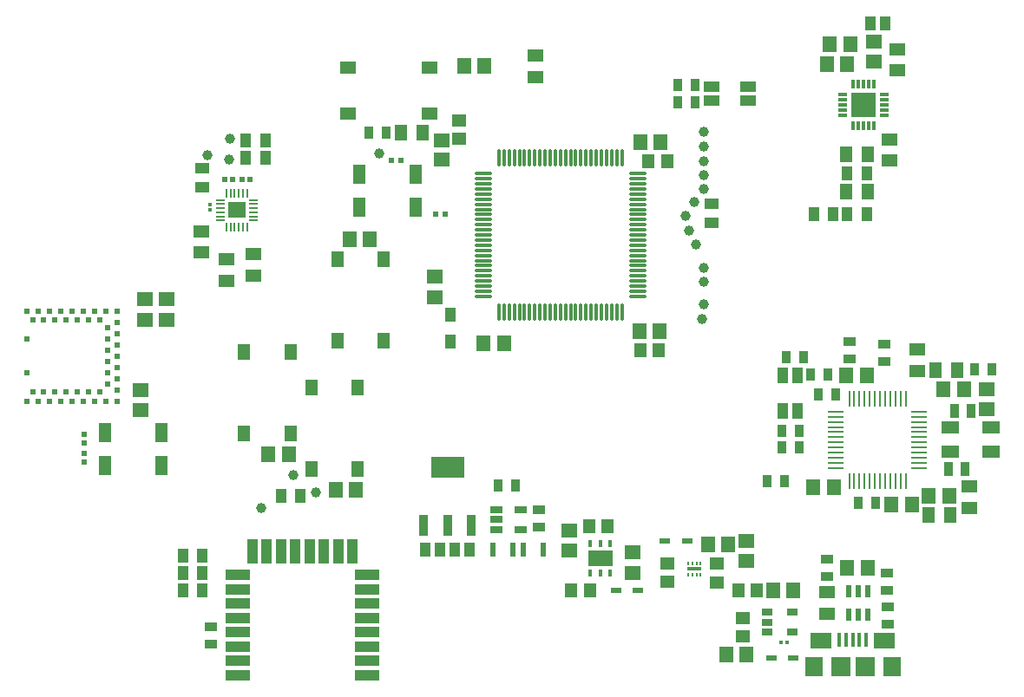
<source format=gtp>
G04 Layer_Color=8421504*
%FSLAX44Y44*%
%MOMM*%
G71*
G01*
G75*
%ADD10R,1.5500X1.3500*%
%ADD11O,0.4000X0.7000*%
%ADD12R,2.4000X1.6500*%
%ADD13R,1.0600X0.5400*%
%ADD14R,1.1000X0.6500*%
%ADD15R,1.4500X1.1500*%
%ADD16R,1.3500X1.5500*%
%ADD17R,0.3600X0.3200*%
%ADD18R,1.1500X1.4500*%
%ADD19R,1.0500X1.4000*%
%ADD20R,1.8000X1.2000*%
%ADD21R,0.8500X1.3000*%
%ADD22R,0.5500X1.3500*%
%ADD23R,1.3000X0.7000*%
%ADD24R,1.3000X0.8500*%
%ADD25R,1.0500X1.3500*%
%ADD26R,3.2000X2.1000*%
%ADD27R,0.9000X2.1000*%
%ADD28R,1.4400X0.4400*%
%ADD29R,0.2600X0.3500*%
%ADD30R,1.3000X1.5500*%
%ADD31C,1.0000*%
%ADD32R,1.5000X1.2500*%
%ADD33R,2.4500X2.4500*%
%ADD34R,0.3000X0.9500*%
%ADD35R,0.9500X0.3000*%
%ADD36R,1.5000X1.0000*%
%ADD37R,1.4000X1.0500*%
%ADD38R,0.5600X0.5200*%
%ADD39R,1.0000X2.4500*%
%ADD40R,2.4500X1.0000*%
%ADD41O,0.3000X1.8000*%
%ADD42O,1.8000X0.3000*%
%ADD43R,1.2500X1.5000*%
%ADD44R,0.6000X1.2000*%
%ADD45R,1.5000X1.4000*%
%ADD46R,0.6200X0.6200*%
%ADD47R,1.9000X1.9000*%
%ADD48R,1.8000X1.9000*%
%ADD49R,0.4000X1.3500*%
%ADD50R,2.1000X1.6000*%
%ADD51R,0.9500X1.3500*%
%ADD52R,0.4900X0.4900*%
%ADD53R,1.7000X1.5400*%
%ADD54O,0.2000X0.9000*%
%ADD55O,0.9000X0.2000*%
%ADD56R,0.6200X0.6200*%
%ADD57R,1.3000X1.9000*%
%ADD58R,0.3200X0.3600*%
%ADD59R,1.0000X1.4000*%
%ADD60R,1.5500X1.3000*%
%ADD61O,1.5500X0.2500*%
%ADD62O,0.2500X1.5500*%
%ADD63R,1.0000X1.5000*%
D10*
X531500Y-21250D02*
D03*
Y-41250D02*
D03*
X593250Y-42500D02*
D03*
Y-62500D02*
D03*
X704765Y-51457D02*
D03*
Y-31457D02*
D03*
X828750Y456500D02*
D03*
Y436500D02*
D03*
X400250Y226250D02*
D03*
Y206250D02*
D03*
X117750Y184250D02*
D03*
Y204250D02*
D03*
X939000Y117000D02*
D03*
Y97000D02*
D03*
X138750Y184250D02*
D03*
Y204250D02*
D03*
D11*
X571250Y-34500D02*
D03*
X561750D02*
D03*
X552250D02*
D03*
Y-63000D02*
D03*
X561750D02*
D03*
X571250D02*
D03*
D12*
X561750Y-48750D02*
D03*
D13*
X577300Y-80000D02*
D03*
X598700D02*
D03*
X729100Y-145750D02*
D03*
X750500D02*
D03*
X646450Y-31250D02*
D03*
X625050D02*
D03*
D14*
X749000Y-101250D02*
D03*
Y-120250D02*
D03*
X725000D02*
D03*
Y-110750D02*
D03*
Y-101250D02*
D03*
D15*
X701000Y-125000D02*
D03*
Y-107000D02*
D03*
X627750Y-53750D02*
D03*
Y-71750D02*
D03*
X675995Y-72000D02*
D03*
Y-54000D02*
D03*
X424500Y361000D02*
D03*
Y379000D02*
D03*
D16*
X704500Y-142500D02*
D03*
X684500D02*
D03*
X750250Y-80000D02*
D03*
X730250D02*
D03*
X666995Y-35250D02*
D03*
X686995D02*
D03*
X803000Y434000D02*
D03*
X783000D02*
D03*
X823000Y-58000D02*
D03*
X803000D02*
D03*
X429000Y432500D02*
D03*
X449000D02*
D03*
X896750Y116750D02*
D03*
X916750D02*
D03*
X317250Y263250D02*
D03*
X337250D02*
D03*
X806000Y453750D02*
D03*
X786000D02*
D03*
X845750Y4000D02*
D03*
X865750D02*
D03*
X600000Y173500D02*
D03*
X620000D02*
D03*
X600750Y357750D02*
D03*
X620750D02*
D03*
X323500Y18500D02*
D03*
X303500D02*
D03*
X467750Y161250D02*
D03*
X447750D02*
D03*
X882250Y12250D02*
D03*
X902250D02*
D03*
X802000Y129750D02*
D03*
X822000D02*
D03*
X789750Y20500D02*
D03*
X769750D02*
D03*
X258250Y53250D02*
D03*
X238250D02*
D03*
D17*
X743800Y-131000D02*
D03*
X738200D02*
D03*
D18*
X714500Y-80250D02*
D03*
X696500D02*
D03*
X533750Y-79750D02*
D03*
X551750D02*
D03*
X551000Y-17000D02*
D03*
X569000D02*
D03*
X619000Y154500D02*
D03*
X601000D02*
D03*
X609000Y339250D02*
D03*
X627000D02*
D03*
D19*
X154750Y-80250D02*
D03*
X173750D02*
D03*
X154750Y-63000D02*
D03*
X173750D02*
D03*
X154750Y-45750D02*
D03*
X173750D02*
D03*
X250250Y12750D02*
D03*
X269250D02*
D03*
X770250Y288000D02*
D03*
X789250D02*
D03*
X822000Y327750D02*
D03*
X803000D02*
D03*
X803000Y288000D02*
D03*
X822000D02*
D03*
X216250Y342250D02*
D03*
X235250D02*
D03*
X216250Y359750D02*
D03*
X235250D02*
D03*
D20*
X903000Y79250D02*
D03*
X943000D02*
D03*
Y55250D02*
D03*
X903000D02*
D03*
D21*
X462000Y22750D02*
D03*
X479000D02*
D03*
X654500Y397000D02*
D03*
X637500D02*
D03*
X654500Y413750D02*
D03*
X637500D02*
D03*
X830750Y5500D02*
D03*
X813750D02*
D03*
X353000Y367250D02*
D03*
X336000D02*
D03*
X755750Y76250D02*
D03*
X738750D02*
D03*
X944250Y135750D02*
D03*
X927250D02*
D03*
X738750Y59750D02*
D03*
X755750D02*
D03*
X774250Y111500D02*
D03*
X791250D02*
D03*
X741500Y26750D02*
D03*
X724500D02*
D03*
X760000Y148250D02*
D03*
X743000D02*
D03*
X767000Y131250D02*
D03*
X784000D02*
D03*
D22*
X505875Y-40250D02*
D03*
X486375D02*
D03*
X457375Y-40251D02*
D03*
X476875D02*
D03*
D23*
X484125Y-1250D02*
D03*
Y-20250D02*
D03*
X460125D02*
D03*
Y-10750D02*
D03*
Y-1250D02*
D03*
D24*
X502375Y-1250D02*
D03*
Y-18250D02*
D03*
X805500Y146000D02*
D03*
Y163000D02*
D03*
X182250Y-132750D02*
D03*
Y-115750D02*
D03*
X842750Y-112750D02*
D03*
Y-95750D02*
D03*
X783000Y-49000D02*
D03*
Y-66000D02*
D03*
X841251Y-62750D02*
D03*
Y-79750D02*
D03*
X839250Y143500D02*
D03*
Y160500D02*
D03*
D25*
X420000Y-40250D02*
D03*
X434500D02*
D03*
X391000D02*
D03*
X405500D02*
D03*
X825250Y474250D02*
D03*
X839750D02*
D03*
D26*
X412750Y40500D02*
D03*
D27*
X435750Y-16500D02*
D03*
X412750D02*
D03*
X389750D02*
D03*
D28*
X653745Y-59000D02*
D03*
D29*
X659750Y-53750D02*
D03*
X655750D02*
D03*
X651750D02*
D03*
X647750D02*
D03*
X659750Y-64250D02*
D03*
X655750D02*
D03*
X651750D02*
D03*
X647750D02*
D03*
D30*
X214500Y73500D02*
D03*
X259500D02*
D03*
X214500Y153000D02*
D03*
X259500D02*
D03*
X305750Y164000D02*
D03*
X350750D02*
D03*
X305750Y243500D02*
D03*
X350750D02*
D03*
X280000Y38500D02*
D03*
X325000D02*
D03*
X280000Y118000D02*
D03*
X325000D02*
D03*
D31*
X653250Y299250D02*
D03*
X200500Y361000D02*
D03*
X199750Y341000D02*
D03*
X178500Y345250D02*
D03*
X661500Y185500D02*
D03*
X346000Y346500D02*
D03*
X284250Y16000D02*
D03*
X262000Y32750D02*
D03*
X663250Y353500D02*
D03*
Y339500D02*
D03*
Y326000D02*
D03*
Y312500D02*
D03*
X645250Y286000D02*
D03*
X648500Y271750D02*
D03*
X655250Y258000D02*
D03*
X663000Y234750D02*
D03*
Y221250D02*
D03*
Y199250D02*
D03*
X663250Y367750D02*
D03*
X231250Y1000D02*
D03*
D32*
X844500Y339750D02*
D03*
Y360750D02*
D03*
X851500Y448750D02*
D03*
Y427750D02*
D03*
X498250Y421500D02*
D03*
Y442500D02*
D03*
X783250Y-102500D02*
D03*
Y-81500D02*
D03*
X871000Y134250D02*
D03*
Y155250D02*
D03*
X197000Y243500D02*
D03*
Y222500D02*
D03*
X223500Y227250D02*
D03*
Y248250D02*
D03*
X172750Y250000D02*
D03*
Y271000D02*
D03*
X921750Y21750D02*
D03*
Y750D02*
D03*
D33*
X818500Y394250D02*
D03*
D34*
X808500Y414750D02*
D03*
X813500D02*
D03*
X818500D02*
D03*
X823500D02*
D03*
X828500D02*
D03*
Y373750D02*
D03*
X823500D02*
D03*
X818500D02*
D03*
X813500D02*
D03*
X808500D02*
D03*
D35*
X839000Y404250D02*
D03*
Y399250D02*
D03*
Y394250D02*
D03*
Y389250D02*
D03*
Y384250D02*
D03*
X798000D02*
D03*
Y389250D02*
D03*
Y394250D02*
D03*
Y399250D02*
D03*
Y404250D02*
D03*
D36*
X705750Y412500D02*
D03*
Y398500D02*
D03*
X670750D02*
D03*
Y412500D02*
D03*
D37*
X670750Y297750D02*
D03*
Y278750D02*
D03*
X173250Y332750D02*
D03*
Y313750D02*
D03*
D38*
X203300Y321250D02*
D03*
X195700D02*
D03*
X220050D02*
D03*
X212450D02*
D03*
D39*
X320250Y-41800D02*
D03*
X306250D02*
D03*
X292250D02*
D03*
X278250D02*
D03*
X264250D02*
D03*
X250250D02*
D03*
X236250D02*
D03*
X222250D02*
D03*
D40*
X208300Y-162750D02*
D03*
Y-148750D02*
D03*
Y-134750D02*
D03*
Y-120750D02*
D03*
Y-106750D02*
D03*
Y-92750D02*
D03*
Y-78750D02*
D03*
Y-64750D02*
D03*
X334200D02*
D03*
Y-78750D02*
D03*
Y-92750D02*
D03*
Y-106750D02*
D03*
Y-120750D02*
D03*
Y-134750D02*
D03*
Y-148750D02*
D03*
Y-162750D02*
D03*
D41*
X463000Y342750D02*
D03*
X468000D02*
D03*
X473000D02*
D03*
X478000D02*
D03*
X483000D02*
D03*
X488000D02*
D03*
X493000D02*
D03*
X498000D02*
D03*
X503000D02*
D03*
X508000D02*
D03*
X513000D02*
D03*
X518000D02*
D03*
X523000D02*
D03*
X528000D02*
D03*
X533000D02*
D03*
X538000D02*
D03*
X543000D02*
D03*
X548000D02*
D03*
X553000D02*
D03*
X558000D02*
D03*
X563000D02*
D03*
X568000D02*
D03*
X573000D02*
D03*
X578000D02*
D03*
X583000D02*
D03*
Y191750D02*
D03*
X578000D02*
D03*
X573000D02*
D03*
X568000D02*
D03*
X563000D02*
D03*
X558000D02*
D03*
X553000D02*
D03*
X548000D02*
D03*
X543000D02*
D03*
X538000D02*
D03*
X533000D02*
D03*
X528000D02*
D03*
X523000D02*
D03*
X518000D02*
D03*
X513000D02*
D03*
X508000D02*
D03*
X503000D02*
D03*
X498000D02*
D03*
X493000D02*
D03*
X488000D02*
D03*
X483000D02*
D03*
X478000D02*
D03*
X473000D02*
D03*
X468000D02*
D03*
X463000D02*
D03*
D42*
X598500Y327250D02*
D03*
Y322250D02*
D03*
Y317250D02*
D03*
Y312250D02*
D03*
Y307250D02*
D03*
Y302250D02*
D03*
Y297250D02*
D03*
Y292250D02*
D03*
Y287250D02*
D03*
Y282250D02*
D03*
Y277250D02*
D03*
Y272250D02*
D03*
Y267250D02*
D03*
Y262250D02*
D03*
Y257250D02*
D03*
Y252250D02*
D03*
Y247250D02*
D03*
Y242250D02*
D03*
Y237250D02*
D03*
Y232250D02*
D03*
Y227250D02*
D03*
Y222250D02*
D03*
Y217250D02*
D03*
Y212250D02*
D03*
Y207250D02*
D03*
X447500D02*
D03*
Y212250D02*
D03*
Y217250D02*
D03*
Y222250D02*
D03*
Y227250D02*
D03*
Y232250D02*
D03*
Y237250D02*
D03*
Y242250D02*
D03*
Y247250D02*
D03*
Y252250D02*
D03*
Y257250D02*
D03*
Y262250D02*
D03*
Y267250D02*
D03*
Y272250D02*
D03*
Y277250D02*
D03*
Y282250D02*
D03*
Y287250D02*
D03*
Y292250D02*
D03*
Y297250D02*
D03*
Y302250D02*
D03*
Y307250D02*
D03*
Y312250D02*
D03*
Y317250D02*
D03*
Y322250D02*
D03*
Y327250D02*
D03*
D43*
X388500Y367000D02*
D03*
X367500D02*
D03*
X823000Y346250D02*
D03*
X802000D02*
D03*
X802000Y309500D02*
D03*
X823000D02*
D03*
X909750Y135500D02*
D03*
X888750D02*
D03*
X882250Y-6250D02*
D03*
X903250D02*
D03*
D44*
X804250Y-80750D02*
D03*
X813750D02*
D03*
X823250D02*
D03*
Y-103750D02*
D03*
X813750D02*
D03*
X804250D02*
D03*
D45*
X113000Y96500D02*
D03*
Y115500D02*
D03*
X407000Y360000D02*
D03*
Y341000D02*
D03*
D46*
X58750Y54250D02*
D03*
Y45250D02*
D03*
Y72750D02*
D03*
Y63750D02*
D03*
D47*
X820250Y-154750D02*
D03*
X796250D02*
D03*
D48*
X846250D02*
D03*
X770250D02*
D03*
D49*
X808250Y-128000D02*
D03*
X801750D02*
D03*
X795250D02*
D03*
X814750D02*
D03*
X821250D02*
D03*
D50*
X777250Y-129250D02*
D03*
X839250D02*
D03*
D51*
X901750Y38750D02*
D03*
X917750D02*
D03*
X923250Y95500D02*
D03*
X907250D02*
D03*
D52*
X2501Y132500D02*
D03*
Y165500D02*
D03*
X74000Y114000D02*
D03*
X63000D02*
D03*
X52000D02*
D03*
X41000D02*
D03*
X30000D02*
D03*
X19000D02*
D03*
X79500Y105000D02*
D03*
X68500D02*
D03*
X57500D02*
D03*
X46500D02*
D03*
X35500D02*
D03*
X24500D02*
D03*
X13500D02*
D03*
X8000Y114000D02*
D03*
X2501Y105000D02*
D03*
X90500D02*
D03*
Y116000D02*
D03*
Y127000D02*
D03*
Y138000D02*
D03*
Y149000D02*
D03*
Y160000D02*
D03*
Y171000D02*
D03*
Y182000D02*
D03*
Y193000D02*
D03*
X81500Y121500D02*
D03*
Y132500D02*
D03*
Y143500D02*
D03*
Y154500D02*
D03*
Y165500D02*
D03*
Y176500D02*
D03*
X79500Y193000D02*
D03*
X68500D02*
D03*
X57500D02*
D03*
X46500D02*
D03*
X35500D02*
D03*
X24500D02*
D03*
X13500D02*
D03*
X2501D02*
D03*
X74000Y184000D02*
D03*
X63000D02*
D03*
X52000D02*
D03*
X41000D02*
D03*
X30000D02*
D03*
X19000D02*
D03*
X8000D02*
D03*
D53*
X207250Y291500D02*
D03*
D54*
X217250Y275180D02*
D03*
X213250D02*
D03*
X209250D02*
D03*
X205250D02*
D03*
X201250D02*
D03*
X197250D02*
D03*
Y307820D02*
D03*
X201250D02*
D03*
X205250D02*
D03*
X209250D02*
D03*
X213250D02*
D03*
X217250D02*
D03*
D55*
X190930Y281500D02*
D03*
Y285500D02*
D03*
Y289500D02*
D03*
Y293500D02*
D03*
Y297500D02*
D03*
Y301500D02*
D03*
X223570D02*
D03*
Y297500D02*
D03*
Y293500D02*
D03*
Y289500D02*
D03*
Y285500D02*
D03*
Y281500D02*
D03*
D56*
X401500Y287750D02*
D03*
X410500D02*
D03*
X358250Y340500D02*
D03*
X367250D02*
D03*
D57*
X133500Y42500D02*
D03*
Y74500D02*
D03*
X78500Y42500D02*
D03*
Y74500D02*
D03*
X327000Y326250D02*
D03*
Y294250D02*
D03*
X382000Y326250D02*
D03*
Y294250D02*
D03*
D58*
X181250Y297050D02*
D03*
Y291450D02*
D03*
D59*
X415500Y189250D02*
D03*
Y163250D02*
D03*
D60*
X395000Y385500D02*
D03*
Y430500D02*
D03*
X315500Y385500D02*
D03*
Y430500D02*
D03*
D61*
X872501Y39750D02*
D03*
Y44750D02*
D03*
Y49750D02*
D03*
Y54750D02*
D03*
Y59750D02*
D03*
Y64750D02*
D03*
Y69750D02*
D03*
Y74750D02*
D03*
Y79750D02*
D03*
Y84750D02*
D03*
Y89750D02*
D03*
Y94750D02*
D03*
X792000D02*
D03*
Y89750D02*
D03*
Y84750D02*
D03*
Y79750D02*
D03*
Y74750D02*
D03*
Y69750D02*
D03*
Y64750D02*
D03*
Y59750D02*
D03*
Y54750D02*
D03*
Y49750D02*
D03*
Y44750D02*
D03*
Y39750D02*
D03*
D62*
X859750Y107500D02*
D03*
X854750D02*
D03*
X849750D02*
D03*
X844751D02*
D03*
X839750D02*
D03*
X834751D02*
D03*
X829750D02*
D03*
X824751D02*
D03*
X819750D02*
D03*
X814751D02*
D03*
X809750D02*
D03*
X804751D02*
D03*
Y27000D02*
D03*
X809750D02*
D03*
X814751D02*
D03*
X819750D02*
D03*
X824751D02*
D03*
X829750D02*
D03*
X834751D02*
D03*
X839750D02*
D03*
X844751D02*
D03*
X849750D02*
D03*
X854750D02*
D03*
X859750D02*
D03*
D63*
X740000Y95250D02*
D03*
X754000D02*
D03*
Y130250D02*
D03*
X740000D02*
D03*
M02*

</source>
